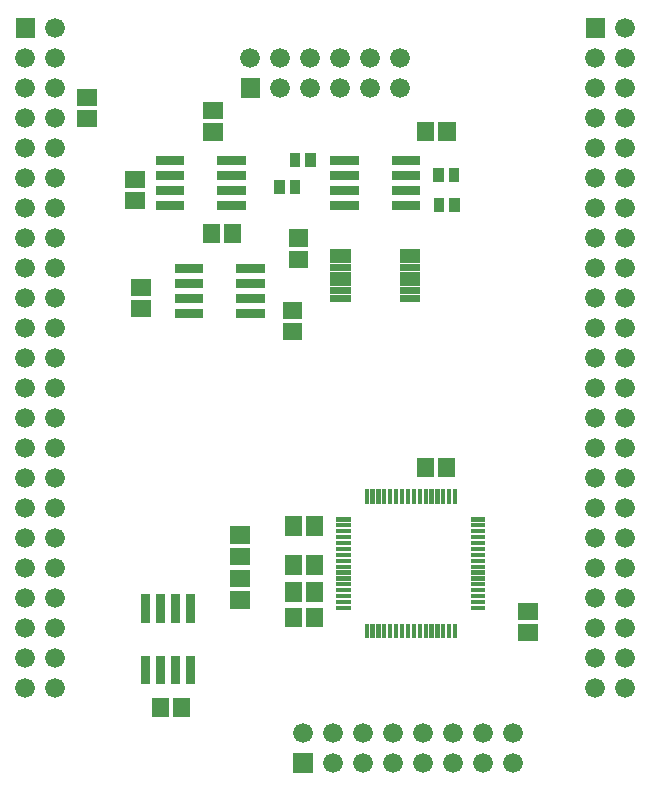
<source format=gbr>
G04 start of page 6 for group -4063 idx -4063 *
G04 Title: (unknown), componentmask *
G04 Creator: pcb 20140316 *
G04 CreationDate: Tue 10 Mar 2015 16:42:44 GMT UTC *
G04 For: db9052 *
G04 Format: Gerber/RS-274X *
G04 PCB-Dimensions (mil): 2150.00 2800.00 *
G04 PCB-Coordinate-Origin: lower left *
%MOIN*%
%FSLAX25Y25*%
%LNTOPMASK*%
%ADD45R,0.0140X0.0140*%
%ADD44R,0.0355X0.0355*%
%ADD43R,0.0230X0.0230*%
%ADD42R,0.0572X0.0572*%
%ADD41R,0.0300X0.0300*%
%ADD40C,0.0001*%
%ADD39C,0.0660*%
G54D39*X7500Y240000D03*
X17500D03*
X7500Y230000D03*
X17500D03*
X7500Y220000D03*
X17500D03*
X7500Y210000D03*
X17500D03*
X7500Y200000D03*
Y190000D03*
Y180000D03*
X17500Y200000D03*
Y190000D03*
Y180000D03*
X7500Y170000D03*
Y160000D03*
Y150000D03*
Y140000D03*
X17500Y170000D03*
Y160000D03*
Y150000D03*
Y140000D03*
X7500Y130000D03*
Y120000D03*
Y110000D03*
X17500Y130000D03*
Y120000D03*
Y110000D03*
Y100000D03*
Y90000D03*
Y80000D03*
X7500Y100000D03*
Y90000D03*
Y80000D03*
Y70000D03*
X17500D03*
X7500Y60000D03*
Y50000D03*
Y40000D03*
X17500Y60000D03*
Y50000D03*
Y40000D03*
X122500Y250000D03*
G54D40*G36*
X4200Y263300D02*Y256700D01*
X10800D01*
Y263300D01*
X4200D01*
G37*
G54D39*X17500Y260000D03*
X7500Y250000D03*
X17500D03*
G54D40*G36*
X194200Y263300D02*Y256700D01*
X200800D01*
Y263300D01*
X194200D01*
G37*
G54D39*X207500Y260000D03*
X197500Y250000D03*
X207500D03*
X102500Y240000D03*
Y250000D03*
X112500Y240000D03*
Y250000D03*
G54D40*G36*
X79200Y243300D02*Y236700D01*
X85800D01*
Y243300D01*
X79200D01*
G37*
G54D39*X82500Y250000D03*
X92500Y240000D03*
Y250000D03*
X122500Y240000D03*
X132500D03*
Y250000D03*
X197500Y240000D03*
X207500D03*
X197500Y230000D03*
X207500D03*
X197500Y220000D03*
X207500D03*
X197500Y210000D03*
X207500D03*
X197500Y200000D03*
X207500D03*
X197500Y190000D03*
Y180000D03*
Y170000D03*
X207500Y190000D03*
Y180000D03*
Y170000D03*
Y160000D03*
Y150000D03*
Y140000D03*
X197500Y160000D03*
Y150000D03*
Y140000D03*
Y130000D03*
X207500D03*
X197500Y120000D03*
Y110000D03*
Y100000D03*
X207500Y120000D03*
Y110000D03*
Y100000D03*
Y90000D03*
Y80000D03*
Y70000D03*
X197500Y90000D03*
Y80000D03*
Y70000D03*
Y60000D03*
X207500D03*
Y50000D03*
Y40000D03*
X197500Y50000D03*
Y40000D03*
G54D40*G36*
X96700Y18300D02*Y11700D01*
X103300D01*
Y18300D01*
X96700D01*
G37*
G54D39*X100000Y25000D03*
X110000Y15000D03*
Y25000D03*
X120000Y15000D03*
Y25000D03*
X130000Y15000D03*
Y25000D03*
X140000D03*
X150000D03*
X160000D03*
X170000D03*
X140000Y15000D03*
X150000D03*
X160000D03*
X170000D03*
G54D41*X58750Y180000D02*X65250D01*
X58750Y175000D02*X65250D01*
X58750Y170000D02*X65250D01*
X58750Y165000D02*X65250D01*
G54D42*X45650Y166457D02*X46436D01*
X45650Y173543D02*X46436D01*
G54D41*X52500Y216000D02*X59000D01*
X73000D02*X79500D01*
G54D42*X27607Y229914D02*X28393D01*
X27607Y237000D02*X28393D01*
G54D41*X52500Y211000D02*X59000D01*
X73000D02*X79500D01*
G54D42*X43607Y209543D02*X44393D01*
G54D41*X52500Y206000D02*X59000D01*
X52500Y201000D02*X59000D01*
X73000D02*X79500D01*
X73000Y206000D02*X79500D01*
G54D42*X43607Y202457D02*X44393D01*
X69414Y191893D02*Y191107D01*
X69607Y225414D02*X70393D01*
X69607Y232500D02*X70393D01*
X76500Y191893D02*Y191107D01*
G54D41*X79250Y165000D02*X85750D01*
X79250Y170000D02*X85750D01*
X79250Y175000D02*X85750D01*
X79250Y180000D02*X85750D01*
G54D42*X98107Y183000D02*X98893D01*
X98107Y190086D02*X98893D01*
G54D43*X110197Y185354D02*X114803D01*
X110197Y182795D02*X114803D01*
X110197Y180236D02*X114803D01*
X110197Y177677D02*X114803D01*
X110197Y175118D02*X114803D01*
X110197Y172559D02*X114803D01*
X110197Y170000D02*X114803D01*
G54D42*X96107Y158914D02*X96893D01*
X96107Y166000D02*X96893D01*
G54D44*X97382Y216492D02*Y215508D01*
X92264Y207492D02*Y206508D01*
X97382Y207492D02*Y206508D01*
X102500Y216492D02*Y215508D01*
G54D41*X110632Y216000D02*X117132D01*
X110632Y211000D02*X117132D01*
X110632Y206000D02*X117132D01*
X110632Y201000D02*X117132D01*
G54D43*X133425Y170000D02*X138031D01*
X133425Y172559D02*X138031D01*
X133425Y175118D02*X138031D01*
X133425Y177677D02*X138031D01*
X133425Y180236D02*X138031D01*
X133425Y182795D02*X138031D01*
X133425Y185354D02*X138031D01*
G54D44*X150441Y201492D02*Y200508D01*
X145323Y201492D02*Y200508D01*
G54D41*X131132Y201000D02*X137632D01*
X131132Y206000D02*X137632D01*
G54D44*X145264Y211492D02*Y210508D01*
G54D41*X131132Y211000D02*X137632D01*
X131132Y216000D02*X137632D01*
G54D44*X150382Y211492D02*Y210508D01*
G54D42*X140957Y225893D02*Y225107D01*
X148043Y225893D02*Y225107D01*
G54D41*X47500Y49250D02*Y42750D01*
X52500Y49250D02*Y42750D01*
X57500Y49250D02*Y42750D01*
X62500Y49250D02*Y42750D01*
G54D42*X59586Y33893D02*Y33107D01*
X52500Y33893D02*Y33107D01*
G54D41*X62500Y69750D02*Y63250D01*
X57500Y69750D02*Y63250D01*
X52500Y69750D02*Y63250D01*
X47500Y69750D02*Y63250D01*
G54D42*X174607Y65586D02*X175393D01*
X174607Y58500D02*X175393D01*
G54D45*X156736Y66737D02*X160134D01*
X156736Y68705D02*X160134D01*
X156736Y70674D02*X160134D01*
X156736Y72642D02*X160134D01*
X156736Y74611D02*X160134D01*
X156736Y76579D02*X160134D01*
X156736Y78548D02*X160134D01*
X156736Y80516D02*X160134D01*
X156736Y82485D02*X160134D01*
X156736Y84453D02*X160134D01*
X156736Y86422D02*X160134D01*
X156736Y88390D02*X160134D01*
X156736Y90359D02*X160134D01*
X156736Y92327D02*X160134D01*
X156736Y94296D02*X160134D01*
X156736Y96264D02*X160134D01*
X150763Y105634D02*Y102236D01*
X148795Y105634D02*Y102236D01*
X146826Y105634D02*Y102236D01*
X144858Y105634D02*Y102236D01*
X142889Y105634D02*Y102236D01*
G54D42*X148000Y113893D02*Y113107D01*
X140914Y113893D02*Y113107D01*
G54D45*X140921Y105634D02*Y102236D01*
X138952Y105634D02*Y102236D01*
X136984Y105634D02*Y102236D01*
X135015Y105634D02*Y102236D01*
X133047Y105634D02*Y102236D01*
X131078Y105634D02*Y102236D01*
X129110Y105634D02*Y102236D01*
X127141Y105634D02*Y102236D01*
X125173Y105634D02*Y102236D01*
X123204Y105634D02*Y102236D01*
X121236Y105634D02*Y102236D01*
X111866Y96263D02*X115264D01*
X111866Y94295D02*X115264D01*
X111866Y92326D02*X115264D01*
X111866Y90358D02*X115264D01*
X111866Y88389D02*X115264D01*
X111866Y86421D02*X115264D01*
X111866Y84452D02*X115264D01*
X111866Y82484D02*X115264D01*
X111866Y80515D02*X115264D01*
X111866Y78547D02*X115264D01*
X111866Y76578D02*X115264D01*
X111866Y74610D02*X115264D01*
G54D42*X104000Y81393D02*Y80607D01*
Y94393D02*Y93607D01*
X96914Y81393D02*Y80607D01*
Y94393D02*Y93607D01*
X78607Y91086D02*X79393D01*
X78607Y84000D02*X79393D01*
X78607Y76500D02*X79393D01*
X104000Y72393D02*Y71607D01*
X96914Y72393D02*Y71607D01*
X78607Y69414D02*X79393D01*
G54D45*X111866Y72641D02*X115264D01*
X111866Y70673D02*X115264D01*
X111866Y68704D02*X115264D01*
X111866Y66736D02*X115264D01*
X121237Y60764D02*Y57366D01*
X123205Y60764D02*Y57366D01*
X125174Y60764D02*Y57366D01*
X127142Y60764D02*Y57366D01*
G54D42*X104000Y63893D02*Y63107D01*
X96914Y63893D02*Y63107D01*
G54D45*X129111Y60764D02*Y57366D01*
X131079Y60764D02*Y57366D01*
X133048Y60764D02*Y57366D01*
X135016Y60764D02*Y57366D01*
X136985Y60764D02*Y57366D01*
X138953Y60764D02*Y57366D01*
X140922Y60764D02*Y57366D01*
X142890Y60764D02*Y57366D01*
X144859Y60764D02*Y57366D01*
X146827Y60764D02*Y57366D01*
X148796Y60764D02*Y57366D01*
X150764Y60764D02*Y57366D01*
M02*

</source>
